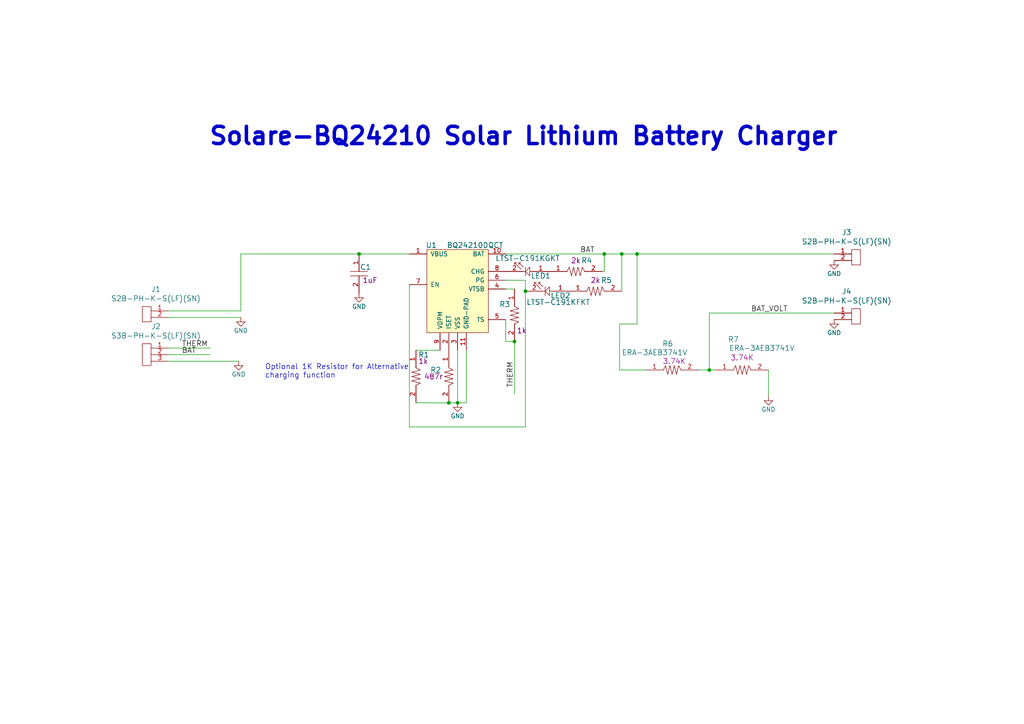
<source format=kicad_sch>
(kicad_sch (version 20230121) (generator eeschema)
  (paper "A4")
  (title_block (title "Solare-BQ24210") (date "2016-10-1") (rev "0.1a") (company "GhostPCB") (comment 1 "Drawn By Adam Vadala-Roth") (comment 2 "Engineer: Adam Vadala-Roth"))
  (lib_symbols
    (symbol "Solare-BQ24210-rescue:BQ24210DQCT" (pin_names (offset 1.016))
      (property "Reference" "U" (at -11.43 8.89 0))
      (property "Value" "BQ24210DQCT" (at 1.27 8.89 0))
      (symbol "BQ24210DQCT_0_1"
        (rectangle (start -12.7 7.62) (end 5.08 -16.51) (fill (type background)))
      )
      (symbol "BQ24210DQCT_1_1"
        (pin input line (at -17.78 6.35 0) (length 5.08) (name "VBUS") (number "1"))
        (pin input line (at 10.16 6.35 180) (length 5.08) (name "BAT") (number "10"))
        (pin input line (at -1.27 -21.59 90) (length 5.08) (name "GND-PAD") (number "11"))
        (pin input line (at -6.35 -21.59 90) (length 5.08) (name "ISET") (number "2"))
        (pin input line (at -3.81 -21.59 90) (length 5.08) (name "VSS") (number "3"))
        (pin input line (at 10.16 -3.81 180) (length 5.08) (name "VTSB") (number "4"))
        (pin input line (at 10.16 -12.7 180) (length 5.08) (name "TS") (number "5"))
        (pin input line (at 10.16 -1.27 180) (length 5.08) (name "PG") (number "6"))
        (pin input line (at -17.78 -2.54 0) (length 5.08) (name "EN") (number "7"))
        (pin input line (at 10.16 1.27 180) (length 5.08) (name "CHG") (number "8"))
        (pin input line (at -8.89 -21.59 90) (length 5.08) (name "VDPM") (number "9"))
      )
    )
    (symbol "Solare-BQ24210-rescue:CL05A105KA5NQNC" (pin_names (offset 1.016))
      (property "Reference" "C" (at -17.145 -1.27 0))
      (property "Value" "CL05A105KA5NQNC" (at -7.62 -3.81 0))
      (property "Componen-Value" "1uF" (at -16.51 -6.35 0))
      (symbol "CL05A105KA5NQNC_0_1"
        (polyline (pts (xy -0.635 2.54) (xy -0.635 -2.54)))
        (polyline (pts (xy 0.635 2.54) (xy 0.635 -2.54)))
      )
      (symbol "CL05A105KA5NQNC_1_1"
        (pin input line (at -5.715 0 0) (length 5.08) (name "~") (number "1"))
        (pin input line (at 5.715 0 180) (length 5.08) (name "~") (number "2"))
      )
    )
    (symbol "Solare-BQ24210-rescue:ERA-3AEB3741V" (pin_names (offset 1.016))
      (property "Reference" "R" (at -7.62 8.89 0))
      (property "Value" "ERA-3AEB3741V" (at 0 -3.81 0))
      (property "Component-Value" "3.74K" (at -13.97 0 0))
      (symbol "ERA-3AEB3741V_0_1"
        (polyline (pts (xy -2.54 0) (xy -1.905 1.27) (xy -1.27 -1.27) (xy -0.635 1.27) (xy 0 -1.27) (xy 0.635 1.27) (xy 1.27 -1.27) (xy 1.905 1.27) (xy 2.54 0)))
      )
      (symbol "ERA-3AEB3741V_1_1"
        (pin input line (at -7.62 0 0) (length 5.08) (name "~") (number "1"))
        (pin input line (at 7.62 0 180) (length 5.08) (name "~") (number "2"))
      )
    )
    (symbol "Solare-BQ24210-rescue:GND" (power) (pin_names (offset 0))
      (property "Value" "GND" (at 0 -3.81 0))
      (symbol "GND_0_1"
        (polyline (pts (xy 0 0) (xy 0 -1.27) (xy 1.27 -1.27) (xy 0 -2.54) (xy -1.27 -1.27) (xy 0 -1.27)))
      )
      (symbol "GND_1_1"
        (pin power_in line (at 0 0 270) (length 0) hide (name "GND") (number "1"))
      )
    )
    (symbol "Solare-BQ24210-rescue:LTST-C191KFKT" (pin_names (offset 1.016))
      (property "Reference" "LED" (at -6.985 2.54 0))
      (property "Value" "LTST-C191KFKT" (at 0 -3.81 0))
      (symbol "LTST-C191KFKT_0_1"
        (polyline (pts (xy -0.635 0) (xy -1.27 0)))
        (polyline (pts (xy 0.635 1.27) (xy 0.635 -1.27)))
        (polyline (pts (xy 1.27 0) (xy 0.635 0)))
        (polyline (pts (xy 1.905 -0.635) (xy 3.81 -2.54)))
        (polyline (pts (xy 3.81 -2.54) (xy 3.175 -2.54)))
        (polyline (pts (xy 3.81 -2.54) (xy 3.81 -1.905)))
        (polyline (pts (xy -0.635 1.27) (xy -0.635 -1.27) (xy 0.635 0) (xy -0.635 1.27)))
        (polyline (pts (xy 1.27 -1.27) (xy 2.54 -2.54) (xy 2.54 -1.905) (xy 2.54 -2.54) (xy 1.905 -2.54)))
      )
      (symbol "LTST-C191KFKT_1_1"
        (pin passive line (at -6.35 0 0) (length 5.08) (name "~") (number "1"))
        (pin input line (at 6.35 0 180) (length 5.08) (name "~") (number "2"))
      )
    )
    (symbol "Solare-BQ24210-rescue:LTST-C191KGKT" (pin_names (offset 1.016))
      (property "Reference" "LED" (at -6.985 2.54 0))
      (property "Value" "LTST-C191KGKT" (at 0 -3.81 0))
      (symbol "LTST-C191KGKT_0_1"
        (polyline (pts (xy -0.635 0) (xy -1.27 0)))
        (polyline (pts (xy 0.635 1.27) (xy 0.635 -1.27)))
        (polyline (pts (xy 1.27 0) (xy 0.635 0)))
        (polyline (pts (xy 1.905 -0.635) (xy 3.81 -2.54)))
        (polyline (pts (xy 3.81 -2.54) (xy 3.175 -2.54)))
        (polyline (pts (xy 3.81 -2.54) (xy 3.81 -1.905)))
        (polyline (pts (xy -0.635 1.27) (xy -0.635 -1.27) (xy 0.635 0) (xy -0.635 1.27)))
        (polyline (pts (xy 1.27 -1.27) (xy 2.54 -2.54) (xy 2.54 -1.905) (xy 2.54 -2.54) (xy 1.905 -2.54)))
      )
      (symbol "LTST-C191KGKT_1_1"
        (pin passive line (at -6.35 0 0) (length 5.08) (name "~") (number "1"))
        (pin input line (at 6.35 0 180) (length 5.08) (name "~") (number "2"))
      )
    )
    (symbol "Solare-BQ24210-rescue:RC1005F102CS" (pin_names (offset 1.016))
      (property "Reference" "R" (at -7.62 8.89 0))
      (property "Value" "RC1005F102CS" (at 0 -3.81 0))
      (property "Component-Value" "1k" (at -13.335 -2.54 0))
      (symbol "RC1005F102CS_0_1"
        (polyline (pts (xy -2.54 0) (xy -1.905 1.27) (xy -1.27 -1.27) (xy -0.635 1.27) (xy 0 -1.27) (xy 0.635 1.27) (xy 1.27 -1.27) (xy 1.905 1.27) (xy 2.54 0)))
      )
      (symbol "RC1005F102CS_1_1"
        (pin input line (at -7.62 0 0) (length 5.08) (name "~") (number "1"))
        (pin input line (at 7.62 0 180) (length 5.08) (name "~") (number "2"))
      )
    )
    (symbol "Solare-BQ24210-rescue:RC1005F4870CS" (pin_names (offset 1.016))
      (property "Reference" "R" (at -7.62 8.89 0))
      (property "Value" "RC1005F4870CS" (at 0 -3.81 0))
      (property "Component-Value" "487r" (at -6.985 -6.35 0))
      (symbol "RC1005F4870CS_0_1"
        (polyline (pts (xy -2.54 0) (xy -1.905 1.27) (xy -1.27 -1.27) (xy -0.635 1.27) (xy 0 -1.27) (xy 0.635 1.27) (xy 1.27 -1.27) (xy 1.905 1.27) (xy 2.54 0)))
      )
      (symbol "RC1005F4870CS_1_1"
        (pin input line (at -7.62 0 0) (length 5.08) (name "~") (number "1"))
        (pin input line (at 7.62 0 180) (length 5.08) (name "~") (number "2"))
      )
    )
    (symbol "Solare-BQ24210-rescue:RC1608J202CS" (pin_names (offset 1.016))
      (property "Reference" "R" (at -7.62 8.89 0))
      (property "Value" "RC1608J202CS" (at 0 -3.81 0))
      (property "Component-Value" "2k" (at -13.97 0 0))
      (symbol "RC1608J202CS_0_1"
        (polyline (pts (xy -2.54 0) (xy -1.905 1.27) (xy -1.27 -1.27) (xy -0.635 1.27) (xy 0 -1.27) (xy 0.635 1.27) (xy 1.27 -1.27) (xy 1.905 1.27) (xy 2.54 0)))
      )
      (symbol "RC1608J202CS_1_1"
        (pin input line (at -7.62 0 0) (length 5.08) (name "~") (number "1"))
        (pin input line (at 7.62 0 180) (length 5.08) (name "~") (number "2"))
      )
    )
    (symbol "Solare-BQ24210-rescue:S2B-PH-K-S(LF)(SN)" (pin_names (offset 1.016))
      (property "Reference" "J" (at -1.27 4.445 0))
      (property "Value" "S2B-PH-K-S(LF)(SN)" (at 9.525 -2.54 0))
      (symbol "S2B-PH-K-S(LF)(SN)_0_1"
        (rectangle (start -2.54 3.175) (end 0 -1.27))
      )
      (symbol "S2B-PH-K-S(LF)(SN)_1_1"
        (pin bidirectional line (at 5.08 1.905 180) (length 5.08) (name "~") (number "1"))
        (pin bidirectional line (at 5.08 0 180) (length 5.08) (name "~") (number "2"))
      )
    )
    (symbol "Solare-BQ24210-rescue:S3B-PH-K-S(LF)(SN)" (pin_names (offset 1.016))
      (property "Reference" "J" (at -1.27 4.445 0))
      (property "Value" "S3B-PH-K-S(LF)(SN)" (at 10.16 -4.445 0))
      (symbol "S3B-PH-K-S(LF)(SN)_0_1"
        (rectangle (start -2.54 3.175) (end 0 -3.175))
      )
      (symbol "S3B-PH-K-S(LF)(SN)_1_1"
        (pin bidirectional line (at 5.08 1.905 180) (length 5.08) (name "~") (number "1"))
        (pin bidirectional line (at 5.08 0 180) (length 5.08) (name "~") (number "2"))
        (pin bidirectional line (at 5.08 -1.905 180) (length 5.08) (name "~") (number "3"))
      )
    )
  )
  (junction (at 130.175 116.84))
  (junction (at 180.34 73.66))
  (junction (at 152.4 84.455))
  (junction (at 149.225 99.06))
  (junction (at 104.14 73.66))
  (junction (at 175.26 73.66))
  (junction (at 132.715 116.84))
  (junction (at 205.74 107.315))
  (junction (at 184.785 73.66))
  (wire (pts (xy 132.715 116.84) (xy 132.715 101.6)))
  (wire (pts (xy 152.4 84.455) (xy 152.4 123.825)))
  (wire (pts (xy 149.225 99.06) (xy 149.225 114.3)))
  (wire (pts (xy 48.895 92.075) (xy 69.85 92.075)))
  (wire (pts (xy 48.895 90.17) (xy 69.85 90.17)))
  (wire (pts (xy 130.175 116.84) (xy 132.715 116.84)))
  (wire (pts (xy 179.705 107.315) (xy 179.705 93.98)))
  (wire (pts (xy 146.685 73.66) (xy 175.26 73.66)))
  (wire (pts (xy 48.895 102.87) (xy 60.96 102.87)))
  (wire (pts (xy 152.4 123.825) (xy 118.745 123.825)))
  (wire (pts (xy 175.26 78.74) (xy 174.625 78.74)))
  (wire (pts (xy 180.34 73.66) (xy 184.785 73.66)))
  (wire (pts (xy 149.225 83.82) (xy 146.685 83.82)))
  (wire (pts (xy 152.4 81.28) (xy 152.4 84.455)))
  (wire (pts (xy 205.74 107.315) (xy 207.645 107.315)))
  (wire (pts (xy 202.565 107.315) (xy 205.74 107.315)))
  (wire (pts (xy 222.885 107.315) (xy 222.885 114.935)))
  (wire (pts (xy 205.74 107.315) (xy 205.74 90.805)))
  (wire (pts (xy 146.685 92.71) (xy 146.685 99.06)))
  (wire (pts (xy 118.745 123.825) (xy 118.745 82.55)))
  (wire (pts (xy 179.705 93.98) (xy 184.785 93.98)))
  (wire (pts (xy 187.325 107.315) (xy 179.705 107.315)))
  (wire (pts (xy 180.34 73.66) (xy 180.34 84.455)))
  (wire (pts (xy 120.65 101.6) (xy 127.635 101.6)))
  (wire (pts (xy 135.255 116.84) (xy 135.255 101.6)))
  (wire (pts (xy 69.85 90.17) (xy 69.85 73.66)))
  (wire (pts (xy 146.685 99.06) (xy 149.225 99.06)))
  (wire (pts (xy 184.785 93.98) (xy 184.785 73.66)))
  (wire (pts (xy 120.65 116.84) (xy 130.175 116.84)))
  (wire (pts (xy 69.85 73.66) (xy 104.14 73.66)))
  (wire (pts (xy 104.14 73.66) (xy 118.745 73.66)))
  (wire (pts (xy 175.26 73.66) (xy 180.34 73.66)))
  (wire (pts (xy 132.715 116.84) (xy 135.255 116.84)))
  (wire (pts (xy 184.785 73.66) (xy 241.935 73.66)))
  (wire (pts (xy 69.215 104.775) (xy 48.895 104.775)))
  (wire (pts (xy 48.895 100.965) (xy 60.96 100.965)))
  (wire (pts (xy 146.685 81.28) (xy 152.4 81.28)))
  (wire (pts (xy 175.26 73.66) (xy 175.26 78.74)))
  (wire (pts (xy 205.74 90.805) (xy 241.935 90.805)))
  (text "Optional 1K Resistor for Alternative \ncharging function" (at 76.835 109.855 0) (effects (font (size 1.524 1.524)) (justify left bottom)))
  (text "Solare-BQ24210 Solar Lithium Battery Charger" (at 60.325 42.545 0) (effects (font (size 5.0038 5.0038) (thickness 1.0008) bold) (justify left bottom)))
  (label "THERM" (at 149.225 112.395 90) (effects (font (size 1.524 1.524))))
  (label "BAT" (at 168.275 73.66 0) (effects (font (size 1.524 1.524))))
  (label "THERM" (at 52.705 100.965 0) (effects (font (size 1.524 1.524))))
  (label "BAT_VOLT" (at 217.805 90.805 0) (effects (font (size 1.524 1.524))))
  (label "BAT" (at 52.705 102.87 0) (effects (font (size 1.524 1.524))))
  (symbol (lib_id "Solare-BQ24210-rescue:BQ24210DQCT") (at 136.525 80.01 0) (unit 1)
    (property "Reference" "U1" (at 125.095 71.12 0) (effects (font (size 1.524 1.524))))
    (property "Value" "BQ24210DQCT" (at 137.795 71.12 0) (effects (font (size 1.524 1.524))))
    (property "Footprint" "PCB_Footprints:BQ24210" (effects hide))
    (property "Datasheet" "http://www.ti.com/lit/ds/symlink/bq24210.pdf" (effects hide))
    (property "Cost" "1.46250 @ 1250" (effects hide))
    (property "Date Created" "19 Aug 2016" (effects hide))
    (property "Date Modified" "19 Aug 2016" (effects hide))
    (property "Designer" "Adam Vadala-Roth" (effects hide))
    (property "Height" "0.8mm" (effects hide))
    (property "RHoS?" "Yes" (effects hide))
    (property "MFR" "Texas Instruments" (effects hide))
    (property "MFR#" "BQ24210DQCT" (effects hide))
    (property "Mounting " "SMT/SMD" (effects hide))
    (property "Pin Count#" "8" (effects hide))
    (property "Status" "Active" (effects hide))
    (property "Tolerance" "N/A" (effects hide))
    (property "Type" "Lithium Ion Battery Charge Controller Solar/USB" (effects hide))
    (property "Voltage" "3.5-18VDC" (effects hide))
    (property "Wattage" "N/A" (effects hide))
    (property "Component-Value" "N/A" (effects hide))
    (property "Description" "IC BATT CHARGER LI-ION 10WSON" (effects hide))
  )
  (symbol (lib_id "Solare-BQ24210-rescue:RC1005F4870CS") (at 130.175 109.22 270) (unit 1)
    (property "Reference" "R2" (at 126.365 107.315 90) (effects (font (size 1.524 1.524))))
    (property "Value" "RC1005F4870CS" (effects hide))
    (property "Footprint" "PCB_Footprints:R0402" (effects hide))
    (property "Datasheet" "https://media.digikey.com/pdf/Data%20Sheets/Samsung%20PDFs/RC_Series_ds.pdf" (effects hide))
    (property "Cost" "0.00257 @ 5000" (effects hide))
    (property "Date Created" "5 Sept 2016" (effects hide))
    (property "Date Modified" "5 Sept 2016" (effects hide))
    (property "Designer" "Adam Vadala-Roth" (effects hide))
    (property "Height" "0.4mm" (effects hide))
    (property "RHoS?" "Yes" (effects hide))
    (property "MFR" "Samsung Electro-Mechanics America, Inc." (effects hide))
    (property "MFR#" "RC1005F4870CS" (effects hide))
    (property "Mounting" "SMT/SMD" (effects hide))
    (property "Pin Count#" "2" (effects hide))
    (property "Status" "Active" (effects hide))
    (property "Tolerance" "1%" (effects hide))
    (property "Type" "passive" (effects hide))
    (property "Voltage" "N/A" (effects hide))
    (property "Wattage" "1/16" (effects hide))
    (property "Component-Value" "487r" (at 125.73 109.22 90) (effects (font (size 1.524 1.524))))
    (property "Description" "RES SMD 487 OHM 1% 1/16W 0402" (effects hide))
  )
  (symbol (lib_id "Solare-BQ24210-rescue:LTST-C191KFKT") (at 158.75 84.455 180) (unit 1)
    (property "Reference" "LED2" (at 162.56 85.725 0) (effects (font (size 1.524 1.524))))
    (property "Value" "LTST-C191KFKT" (at 161.925 87.63 0) (effects (font (size 1.524 1.524))))
    (property "Footprint" "PCB_Footprints:LED0603" (effects hide))
    (property "Datasheet" "http://optoelectronics.liteon.com/upload/download/DS22-2000-228/S_110_LTST-C191KGKT.pdf" (effects hide))
    (property "Cost" "0.03760 @ 5000" (effects hide))
    (property "Date Created" "8 Sept 2016" (effects hide))
    (property "Date Modified" "8 Sept 2016" (effects hide))
    (property "Designer" "Adam Vadala-Roth" (effects hide))
    (property "Height" "0.55mm" (effects hide))
    (property "RhoS?" "Yes" (effects hide))
    (property "MFR" "Lite-On Inc" (effects hide))
    (property "MFR#" "LTST-C191KFKT" (effects hide))
    (property "Mounting" "SMT/SMD" (effects hide))
    (property "Pin Count#" "2" (effects hide))
    (property "Status" "Active" (effects hide))
    (property "Tolerance" "N/A" (effects hide))
    (property "Type" "0603 LED" (effects hide))
    (property "Voltage" "N/A" (effects hide))
    (property "Wattage" "N/A" (effects hide))
    (property "Component-Value" "N/A" (effects hide))
    (property "Description" "Orange 605nm LED Indication - Discrete 2V 0603 (1608 Metric)" (effects hide))
  )
  (symbol (lib_id "Solare-BQ24210-rescue:LTST-C191KGKT") (at 153.035 78.74 180) (unit 1)
    (property "Reference" "LED1" (at 156.845 80.01 0) (effects (font (size 1.524 1.524))))
    (property "Value" "LTST-C191KGKT" (at 153.035 74.93 0) (effects (font (size 1.524 1.524))))
    (property "Footprint" "PCB_Footprints:LED0603" (effects hide))
    (property "Datasheet" "http://optoelectronics.liteon.com/upload/download/DS22-2000-228/S_110_LTST-C191KGKT.pdf" (effects hide))
    (property "Cost" "0.04040 @ 5000" (effects hide))
    (property "Date Created" "8 Sept 2016" (effects hide))
    (property "Date Modified" "8 Sept 2016" (effects hide))
    (property "Designer" "Adam Vadala-Roth" (effects hide))
    (property "Height" "0.55mm" (effects hide))
    (property "RhoS?" "Yes" (effects hide))
    (property "MFR" "Lite-On Inc" (effects hide))
    (property "MFR#" "LTST-C191KGKT" (effects hide))
    (property "Mounting" "SMT/SMD" (effects hide))
    (property "Pin Count#" "2" (effects hide))
    (property "Status" "Active" (effects hide))
    (property "Tolerance" "N/A" (effects hide))
    (property "Type" "0603 LED" (effects hide))
    (property "Voltage" "N/A" (effects hide))
    (property "Wattage" "N/A" (effects hide))
    (property "Component-Value" "N/A" (effects hide))
    (property "Description" "Green 571nm LED Indication - Discrete 2V 0603 (1608 Metric)" (effects hide))
  )
  (symbol (lib_id "Solare-BQ24210-rescue:GND") (at 132.715 116.84 0) (unit 1)
    (property "Reference" "#PWR4" (effects hide))
    (property "Value" "GND" (at 132.715 120.65 0))
  )
  (symbol (lib_id "Solare-BQ24210-rescue:CL05A105KA5NQNC") (at 104.14 79.375 270) (unit 1)
    (property "Reference" "C1" (at 106.045 77.47 90) (effects (font (size 1.524 1.524))))
    (property "Value" "CL05A105KA5NQNC" (effects hide))
    (property "Footprint" "PCB_Footprints:C0402" (effects hide))
    (property "Datasheet" "http://www.samsungsem.com/kr/support/product-search/mlcc/__icsFiles/afieldfile/2016/08/18/S_CL05A105KA5NQNC.pdf" (effects hide))
    (property "Cost" "0.05618 @ 5000" (effects hide))
    (property "Date Created" "5 Sept 2016" (effects hide))
    (property "Date Modifed" "5 Sept 2016" (effects hide))
    (property "Designer" "Adam Vadala-Roth" (effects hide))
    (property "Height" "0.55mm" (effects hide))
    (property "RHoS?" "Yes" (effects hide))
    (property "MFR" "Samsung Electro-Mechanics America, Inc." (effects hide))
    (property "MFR#" "CL05A105KA5NQNC" (effects hide))
    (property "Mounting" "SMT/SMD" (effects hide))
    (property "Pin Count#" "2" (effects hide))
    (property "Status" "Active" (effects hide))
    (property "Tolerance" "10%" (effects hide))
    (property "Type" "Ceramic Capacitor 0402" (effects hide))
    (property "Voltage" "25V" (effects hide))
    (property "Wattage" "N/A" (effects hide))
    (property "Componen-Value" "1uF" (at 107.315 81.28 90) (effects (font (size 1.524 1.524))))
    (property "Description" "1µF 25V Ceramic Capacitor X5R 0402 (1005 Metric) 0.039\" L x 0.020\" W (1.00mm x 0.50mm)" (effects hide))
  )
  (symbol (lib_id "Solare-BQ24210-rescue:GND") (at 104.14 85.09 0) (unit 1)
    (property "Reference" "#PWR3" (effects hide))
    (property "Value" "GND" (at 104.14 88.9 0))
  )
  (symbol (lib_id "Solare-BQ24210-rescue:GND") (at 69.85 92.075 0) (unit 1)
    (property "Reference" "#PWR2" (effects hide))
    (property "Value" "GND" (at 69.85 95.885 0))
  )
  (symbol (lib_id "Solare-BQ24210-rescue:GND") (at 69.215 104.775 0) (unit 1)
    (property "Reference" "#PWR1" (effects hide))
    (property "Value" "GND" (at 69.215 108.585 0))
  )
  (symbol (lib_id "Solare-BQ24210-rescue:RC1608J202CS") (at 167.005 78.74 0) (unit 1)
    (property "Reference" "R4" (at 170.18 75.565 0) (effects (font (size 1.524 1.524))))
    (property "Value" "RC1608J202CS" (effects hide))
    (property "Footprint" "PCB_Footprints:R0603" (effects hide))
    (property "Datasheet" "https://media.digikey.com/pdf/Data%20Sheets/Samsung%20PDFs/RC_Series_ds.pdf" (effects hide))
    (property "Cost" "0.00268 @ 5000" (effects hide))
    (property "Date Created" "14 Sept 2016" (effects hide))
    (property "Date Modified" "14 Sept 2016" (effects hide))
    (property "Designer" "Adam Vadala-Roth" (effects hide))
    (property "Height" "0.55mm" (effects hide))
    (property "RHoS?" "Yes" (effects hide))
    (property "MFR" "Samsung Electro-Mechanics America, Inc." (effects hide))
    (property "MFR#" "RC1608F202CS" (effects hide))
    (property "Mounting" "SMT/SMD" (effects hide))
    (property "Pin Count#" "2" (effects hide))
    (property "Status" "Active" (effects hide))
    (property "Tolerance" "1%" (effects hide))
    (property "Type" "passive" (effects hide))
    (property "Voltage" "N/A" (effects hide))
    (property "Wattage" "1/10" (effects hide))
    (property "Component-Value" "2k" (at 167.005 75.565 0) (effects (font (size 1.524 1.524))))
    (property "Description" "RES SMD 2K OHM 1% 1/10W 0603" (effects hide))
  )
  (symbol (lib_id "Solare-BQ24210-rescue:RC1608J202CS") (at 172.72 84.455 0) (unit 1)
    (property "Reference" "R5" (at 175.895 81.28 0) (effects (font (size 1.524 1.524))))
    (property "Value" "RC1608J202CS" (effects hide))
    (property "Footprint" "PCB_Footprints:R0603" (effects hide))
    (property "Datasheet" "https://media.digikey.com/pdf/Data%20Sheets/Samsung%20PDFs/RC_Series_ds.pdf" (effects hide))
    (property "Cost" "0.00268 @ 5000" (effects hide))
    (property "Date Created" "14 Sept 2016" (effects hide))
    (property "Date Modified" "14 Sept 2016" (effects hide))
    (property "Designer" "Adam Vadala-Roth" (effects hide))
    (property "Height" "0.55mm" (effects hide))
    (property "RHoS?" "Yes" (effects hide))
    (property "MFR" "Samsung Electro-Mechanics America, Inc." (effects hide))
    (property "MFR#" "RC1608F202CS" (effects hide))
    (property "Mounting" "SMT/SMD" (effects hide))
    (property "Pin Count#" "2" (effects hide))
    (property "Status" "Active" (effects hide))
    (property "Tolerance" "1%" (effects hide))
    (property "Type" "passive" (effects hide))
    (property "Voltage" "N/A" (effects hide))
    (property "Wattage" "1/10" (effects hide))
    (property "Component-Value" "2k" (at 172.72 81.28 0) (effects (font (size 1.524 1.524))))
    (property "Description" "RES SMD 2K OHM 1% 1/10W 0603" (effects hide))
  )
  (symbol (lib_id "Solare-BQ24210-rescue:RC1005F102CS") (at 149.225 91.44 270) (unit 1)
    (property "Reference" "R3" (at 144.78 88.265 90) (effects (font (size 1.524 1.524)) (justify left)))
    (property "Value" "RC1005F102CS" (effects hide))
    (property "Footprint" "PCB_Footprints:R0402" (effects hide))
    (property "Datasheet" "https://media.digikey.com/pdf/Data%20Sheets/Samsung%20PDFs/RC_Series_ds.pdf" (effects hide))
    (property "Cost" "0.00173 @ 5000" (effects hide))
    (property "Date Created" "5 Sept 2016" (effects hide))
    (property "Date Modified" "5 Sept 2016" (effects hide))
    (property "Designer" "Adam Vadala-Roth" (effects hide))
    (property "Height" "0.4mm" (effects hide))
    (property "RHoS?" "Yes" (effects hide))
    (property "MFR" "Samsung Electro-Mechanics America, Inc." (effects hide))
    (property "MFR#" "RC1005F102CS" (effects hide))
    (property "Mounting" "SMT/SMD" (effects hide))
    (property "Pin Count#" "2" (effects hide))
    (property "Status" "Active" (effects hide))
    (property "Tolerance" "%" (effects hide))
    (property "Type" "passive" (effects hide))
    (property "Voltage" "N/A" (effects hide))
    (property "Wattage" "1/16" (effects hide))
    (property "Component-Value" "1k" (at 149.86 95.885 90) (effects (font (size 1.524 1.524)) (justify left)))
    (property "Description" "RES SMD 1K OHM 1% 1/16W 0402" (effects hide))
  )
  (symbol (lib_id "Solare-BQ24210-rescue:ERA-3AEB3741V") (at 194.945 107.315 0) (unit 1)
    (property "Reference" "R6" (at 193.675 99.695 0) (effects (font (size 1.524 1.524))))
    (property "Value" "ERA-3AEB3741V" (at 189.865 102.235 0) (effects (font (size 1.524 1.524))))
    (property "Footprint" "PCB_Footprints:R0603" (effects hide))
    (property "Datasheet" "https://media.digikey.com/pdf/Data%20Sheets/Panasonic%20Electronic%20Components/ERA%201A,2A,3A,6A,8A.pdf" (effects hide))
    (property "Cost" "0.04275 @ 5000" (effects hide))
    (property "Date Created" "19 Sept 2016" (effects hide))
    (property "Date Modified" "19 Sept 2016" (effects hide))
    (property "Designer" "Adam Vadala-Roth" (effects hide))
    (property "Height" "0.55mm" (effects hide))
    (property "RHoS?" "Yes" (effects hide))
    (property "MFR" "Panasonic Electronic Components" (effects hide))
    (property "MFR#" "ERA-3AEB3741V" (effects hide))
    (property "Mounting" "SMT/SMD" (effects hide))
    (property "Pin Count#" "2" (effects hide))
    (property "Status" "Active" (effects hide))
    (property "Tolerance" "1%" (effects hide))
    (property "Type" "passive" (effects hide))
    (property "Voltage" "N/A" (effects hide))
    (property "Wattage" "1/10" (effects hide))
    (property "Component-Value" "3.74K" (at 195.58 104.775 0) (effects (font (size 1.524 1.524))))
    (property "Description" "RES SMD 3.74KOHM 0.1% 1/10W 0603" (effects hide))
  )
  (symbol (lib_id "Solare-BQ24210-rescue:ERA-3AEB3741V") (at 215.265 107.315 0) (unit 1)
    (property "Reference" "R7" (at 212.725 98.425 0) (effects (font (size 1.524 1.524))))
    (property "Value" "ERA-3AEB3741V" (at 220.98 100.965 0) (effects (font (size 1.524 1.524))))
    (property "Footprint" "PCB_Footprints:R0603" (effects hide))
    (property "Datasheet" "https://media.digikey.com/pdf/Data%20Sheets/Panasonic%20Electronic%20Components/ERA%201A,2A,3A,6A,8A.pdf" (effects hide))
    (property "Cost" "0.04275 @ 5000" (effects hide))
    (property "Date Created" "19 Sept 2016" (effects hide))
    (property "Date Modified" "19 Sept 2016" (effects hide))
    (property "Designer" "Adam Vadala-Roth" (effects hide))
    (property "Height" "0.55mm" (effects hide))
    (property "RHoS?" "Yes" (effects hide))
    (property "MFR" "Panasonic Electronic Components" (effects hide))
    (property "MFR#" "ERA-3AEB3741V" (effects hide))
    (property "Mounting" "SMT/SMD" (effects hide))
    (property "Pin Count#" "2" (effects hide))
    (property "Status" "Active" (effects hide))
    (property "Tolerance" "1%" (effects hide))
    (property "Type" "passive" (effects hide))
    (property "Voltage" "N/A" (effects hide))
    (property "Wattage" "1/10" (effects hide))
    (property "Component-Value" "3.74K" (at 215.265 103.7336 0) (effects (font (size 1.524 1.524))))
    (property "Description" "RES SMD 3.74KOHM 0.1% 1/10W 0603" (effects hide))
  )
  (symbol (lib_id "Solare-BQ24210-rescue:GND") (at 222.885 114.935 0) (unit 1)
    (property "Reference" "#PWR5" (effects hide))
    (property "Value" "GND" (at 222.885 118.745 0))
  )
  (symbol (lib_id "Solare-BQ24210-rescue:S3B-PH-K-S(LF)(SN)") (at 43.815 102.87 0) (unit 1)
    (property "Reference" "J2" (at 45.2374 94.6912 0) (effects (font (size 1.524 1.524))))
    (property "Value" "S3B-PH-K-S(LF)(SN)" (at 45.2374 97.3836 0) (effects (font (size 1.524 1.524))))
    (property "Footprint" "PCB_Footprints:S3B-PH-K-S(LF)(SN)" (effects hide))
    (property "Datasheet" "http://www.jst-mfg.com/product/pdf/eng/ePH.pdf" (effects hide))
    (property "Cost" "0.07217 @ 5000" (effects hide))
    (property "Date Created " "9 Sept 2016" (effects hide))
    (property "Date Modified" "9 Sept 2016" (effects hide))
    (property "Designer " "Adam Vadala-Roth" (effects hide))
    (property "Height" "5.5mm" (effects hide))
    (property "RHoS?" "Yes" (effects hide))
    (property "MFR" "JST Sales America Inc" (effects hide))
    (property "MFR#" "S3B-PH-K-S(LF)(SN)" (effects hide))
    (property "Mounting" "Through Hole" (effects hide))
    (property "Pin Count#" "3" (effects hide))
    (property "Status" "Active" (effects hide))
    (property "Tolerance" "N/A" (effects hide))
    (property "Type" "Through Hole right angle connector." (effects hide))
    (property "Voltage" "N/A" (effects hide))
    (property "Wattage" "N/A" (effects hide))
    (property "Component-Value" "N/A" (effects hide))
    (property "Description" "3 Positions Header, Shrouded Connector 0.079\" (2.00mm) Through Hole, Right Angle Tin" (effects hide))
  )
  (symbol (lib_id "Solare-BQ24210-rescue:S2B-PH-K-S(LF)(SN)") (at 43.815 92.075 0) (unit 1)
    (property "Reference" "J1" (at 45.2374 83.8962 0) (effects (font (size 1.524 1.524))))
    (property "Value" "S2B-PH-K-S(LF)(SN)" (at 45.2374 86.5886 0) (effects (font (size 1.524 1.524))))
    (property "Footprint" "PCB_Footprints:S2B-PH-K-S(LF)(SN)" (effects hide))
    (property "Datasheet" "http://www.jst-mfg.com/product/pdf/eng/ePH.pdf" (effects hide))
    (property "Cost" "0.06152 @ 5000" (effects hide))
    (property "Date Created " "9 Sept 2016" (effects hide))
    (property "Date Modified" "9 Sept 2016" (effects hide))
    (property "Designer " "Adam Vadala-Roth" (effects hide))
    (property "Height" "5.5mm" (effects hide))
    (property "RHoS?" "Yes" (effects hide))
    (property "MFR" "JST Sales America Inc" (effects hide))
    (property "MFR#" "S2B-PH-K-S(LF)(SN)" (effects hide))
    (property "Mounting" "Through Hole" (effects hide))
    (property "Pin Count#" "2" (effects hide))
    (property "Status" "Active" (effects hide))
    (property "Tolerance" "N/A" (effects hide))
    (property "Type" "Through Hole right angle connector." (effects hide))
    (property "Voltage" "N/A" (effects hide))
    (property "Wattage" "N/A" (effects hide))
    (property "Component-Value" "N/A" (effects hide))
    (property "Description" "2 Positions Header, Shrouded Connector 0.079\" (2.00mm) Through Hole, Right Angle Tin" (effects hide))
  )
  (symbol (lib_id "Solare-BQ24210-rescue:S2B-PH-K-S(LF)(SN)") (at 247.015 75.565 0) (mirror y) (unit 1)
    (property "Reference" "J3" (at 245.5672 67.3862 0) (effects (font (size 1.524 1.524))))
    (property "Value" "S2B-PH-K-S(LF)(SN)" (at 245.5672 70.0786 0) (effects (font (size 1.524 1.524))))
    (property "Footprint" "PCB_Footprints:S2B-PH-K-S(LF)(SN)" (effects hide))
    (property "Datasheet" "http://www.jst-mfg.com/product/pdf/eng/ePH.pdf" (effects hide))
    (property "Cost" "0.06152 @ 5000" (effects hide))
    (property "Date Created " "9 Sept 2016" (effects hide))
    (property "Date Modified" "9 Sept 2016" (effects hide))
    (property "Designer " "Adam Vadala-Roth" (effects hide))
    (property "Height" "5.5mm" (effects hide))
    (property "RHoS?" "Yes" (effects hide))
    (property "MFR" "JST Sales America Inc" (effects hide))
    (property "MFR#" "S2B-PH-K-S(LF)(SN)" (effects hide))
    (property "Mounting" "Through Hole" (effects hide))
    (property "Pin Count#" "2" (effects hide))
    (property "Status" "Active" (effects hide))
    (property "Tolerance" "N/A" (effects hide))
    (property "Type" "Through Hole right angle connector." (effects hide))
    (property "Voltage" "N/A" (effects hide))
    (property "Wattage" "N/A" (effects hide))
    (property "Component-Value" "N/A" (effects hide))
    (property "Description" "2 Positions Header, Shrouded Connector 0.079\" (2.00mm) Through Hole, Right Angle Tin" (effects hide))
  )
  (symbol (lib_id "Solare-BQ24210-rescue:GND") (at 241.935 75.565 0) (unit 1)
    (property "Reference" "#PWR6" (effects hide))
    (property "Value" "GND" (at 241.935 79.375 0))
  )
  (symbol (lib_id "Solare-BQ24210-rescue:RC1005F102CS") (at 120.65 109.22 270) (unit 1)
    (property "Reference" "R1" (at 121.285 102.87 90) (effects (font (size 1.524 1.524)) (justify left)))
    (property "Value" "RC1005F102CS" (effects hide))
    (property "Footprint" "PCB_Footprints:R0402" (effects hide))
    (property "Datasheet" "https://media.digikey.com/pdf/Data%20Sheets/Samsung%20PDFs/RC_Series_ds.pdf" (effects hide))
    (property "Cost" "0.00173 @ 5000" (effects hide))
    (property "Date Created" "5 Sept 2016" (effects hide))
    (property "Date Modified" "5 Sept 2016" (effects hide))
    (property "Designer" "Adam Vadala-Roth" (effects hide))
    (property "Height" "0.4mm" (effects hide))
    (property "RHoS?" "Yes" (effects hide))
    (property "MFR" "Samsung Electro-Mechanics America, Inc." (effects hide))
    (property "MFR#" "RC1005F102CS" (effects hide))
    (property "Mounting" "SMT/SMD" (effects hide))
    (property "Pin Count#" "2" (effects hide))
    (property "Status" "Active" (effects hide))
    (property "Tolerance" "%" (effects hide))
    (property "Type" "passive" (effects hide))
    (property "Voltage" "N/A" (effects hide))
    (property "Wattage" "1/16" (effects hide))
    (property "Component-Value" "1k" (at 121.285 104.775 90) (effects (font (size 1.524 1.524)) (justify left)))
    (property "Description" "RES SMD 1K OHM 1% 1/16W 0402" (effects hide))
  )
  (symbol (lib_id "Solare-BQ24210-rescue:S2B-PH-K-S(LF)(SN)") (at 247.015 92.71 0) (mirror y) (unit 1)
    (property "Reference" "J4" (at 245.5672 84.5312 0) (effects (font (size 1.524 1.524))))
    (property "Value" "S2B-PH-K-S(LF)(SN)" (at 245.5672 87.2236 0) (effects (font (size 1.524 1.524))))
    (property "Footprint" "PCB_Footprints:S2B-PH-K-S(LF)(SN)" (effects hide))
    (property "Datasheet" "http://www.jst-mfg.com/product/pdf/eng/ePH.pdf" (effects hide))
    (property "Cost" "0.06152 @ 5000" (effects hide))
    (property "Date Created " "9 Sept 2016" (effects hide))
    (property "Date Modified" "9 Sept 2016" (effects hide))
    (property "Designer " "Adam Vadala-Roth" (effects hide))
    (property "Height" "5.5mm" (effects hide))
    (property "RHoS?" "Yes" (effects hide))
    (property "MFR" "JST Sales America Inc" (effects hide))
    (property "MFR#" "S2B-PH-K-S(LF)(SN)" (effects hide))
    (property "Mounting" "Through Hole" (effects hide))
    (property "Pin Count#" "2" (effects hide))
    (property "Status" "Active" (effects hide))
    (property "Tolerance" "N/A" (effects hide))
    (property "Type" "Through Hole right angle connector." (effects hide))
    (property "Voltage" "N/A" (effects hide))
    (property "Wattage" "N/A" (effects hide))
    (property "Component-Value" "N/A" (effects hide))
    (property "Description" "2 Positions Header, Shrouded Connector 0.079\" (2.00mm) Through Hole, Right Angle Tin" (effects hide))
  )
  (symbol (lib_id "Solare-BQ24210-rescue:GND") (at 241.935 92.71 0) (unit 1)
    (property "Reference" "#PWR7" (effects hide))
    (property "Value" "GND" (at 241.935 96.52 0))
  )
)
</source>
